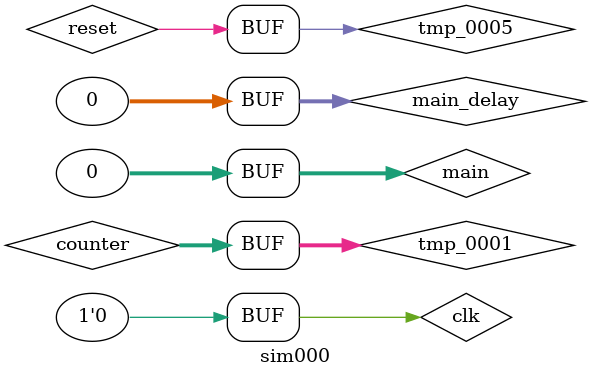
<source format=v>
`default_nettype none
`timescale 1ns/1ns
module sim000();

  reg  clk = 1'b0;
  reg  reset = 1'b0;
  reg signed [32-1 : 0] counter = 0;
  parameter main_IDLE = 32'd0;
  parameter main_S0 = 32'd1;
  reg [31:0] main = main_IDLE;
  reg signed [32-1 : 0] main_delay = 0;
  wire signed [32-1 : 0] tmp_0001;
  wire  tmp_0002;
  wire  tmp_0003;
  wire  tmp_0004;
  wire  tmp_0005;

  assign tmp_0001 = counter + 1;
  assign tmp_0002 = counter > 3 ? 1'b1 : 1'b0;
  assign tmp_0003 = counter < 8 ? 1'b1 : 1'b0;
  assign tmp_0004 = tmp_0002 && tmp_0003;
  assign tmp_0005 = tmp_0004 == 1'b1 ? 1'b1 : 1'b0;

  always begin
  // state main = main_IDLE
  #10
  main <= main_S0;
  // state main = main_S0
  #10
  main <= main_IDLE;
  end

  always @(main) begin
     if (main == main_IDLE) begin
      clk <= 1'b0;
    end else if (main == main_S0) begin
      clk <= 1'b1;
    end
  end

  always @(main) begin
    reset <= tmp_0005;
  end

  always @(main) begin
     if (main == main_IDLE) begin
      counter <= tmp_0001;
    end else if (main == main_S0) begin
      counter <= tmp_0001;
    end
  end

   wire req_000;
      
   assign req_000 = counter > 50 ? 1'b1 : 1'b0;
   
   Test000 U000(.clk(clk),
		.reset(reset),
		.x_in(32'd0),
		.x_we(1'b0),
		.x_out(),
		.y_in(64'd0),
		.y_we(1'b0),
		.y_out(),
		.ic_in(32'd0),
		.ic_we(1'b0),
		.ic_out(),
		.lc_in(64'd0),
		.lc_we(1'b0),
		.lc_out(),
		.test_ib(32'd3),
		.test_ia(32'd100),
		.test_lb(64'd3),
		.test_la(64'd100),
		.test_req(req_000),
		.test_busy()
		);
   
endmodule
`default_nettype wire

</source>
